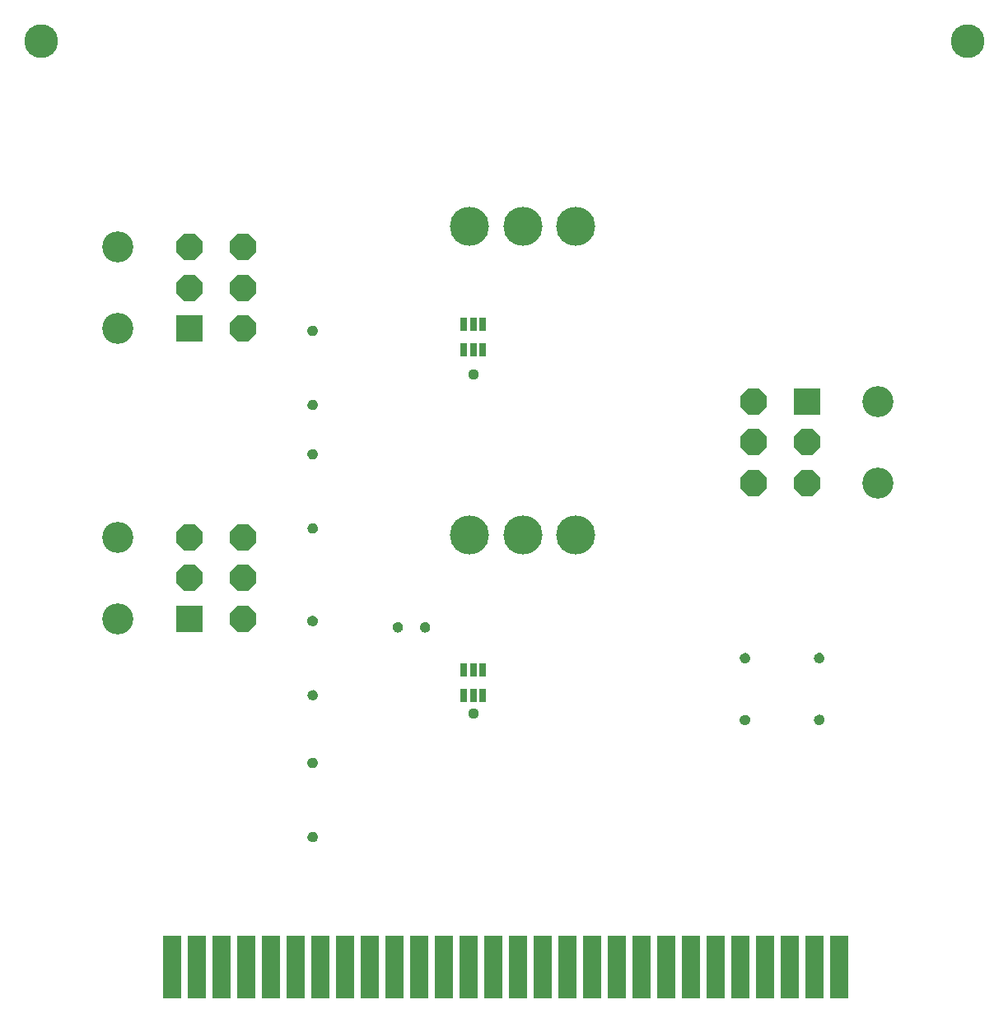
<source format=gts>
G75*
%MOIN*%
%OFA0B0*%
%FSLAX25Y25*%
%IPPOS*%
%LPD*%
%AMOC8*
5,1,8,0,0,1.08239X$1,22.5*
%
%ADD10C,0.13650*%
%ADD11R,0.02965X0.05524*%
%ADD12C,0.15800*%
%ADD13R,0.07300X0.25800*%
%ADD14OC8,0.10800*%
%ADD15R,0.10800X0.10800*%
%ADD16C,0.12611*%
%ADD17C,0.00500*%
%ADD18C,0.04369*%
D10*
X0013500Y0392500D03*
X0388500Y0392500D03*
D11*
X0192240Y0277619D03*
X0188500Y0277619D03*
X0184760Y0277619D03*
X0184760Y0267381D03*
X0188500Y0267381D03*
X0192240Y0267381D03*
X0192240Y0137619D03*
X0188500Y0137619D03*
X0184760Y0137619D03*
X0184760Y0127381D03*
X0188500Y0127381D03*
X0192240Y0127381D03*
D12*
X0187000Y0192500D03*
X0208500Y0192500D03*
X0230000Y0192500D03*
X0230000Y0317500D03*
X0208500Y0317500D03*
X0187000Y0317500D03*
D13*
X0066750Y0017500D03*
X0076750Y0017500D03*
X0086750Y0017500D03*
X0096750Y0017500D03*
X0106750Y0017500D03*
X0116750Y0017500D03*
X0126750Y0017500D03*
X0136750Y0017500D03*
X0146750Y0017500D03*
X0156750Y0017500D03*
X0166750Y0017500D03*
X0176750Y0017500D03*
X0186750Y0017500D03*
X0196750Y0017500D03*
X0206750Y0017500D03*
X0216750Y0017500D03*
X0226750Y0017500D03*
X0236750Y0017500D03*
X0246750Y0017500D03*
X0256750Y0017500D03*
X0266750Y0017500D03*
X0276750Y0017500D03*
X0286750Y0017500D03*
X0296750Y0017500D03*
X0306750Y0017500D03*
X0316750Y0017500D03*
X0326750Y0017500D03*
X0336750Y0017500D03*
D14*
X0323500Y0213500D03*
X0323500Y0230000D03*
X0301800Y0230000D03*
X0301800Y0213500D03*
X0301800Y0246500D03*
X0095200Y0276000D03*
X0095200Y0292500D03*
X0095200Y0309000D03*
X0073500Y0309000D03*
X0073500Y0292500D03*
X0073500Y0191500D03*
X0073500Y0175000D03*
X0095200Y0175000D03*
X0095200Y0158500D03*
X0095200Y0191500D03*
D15*
X0073500Y0158500D03*
X0073500Y0276000D03*
X0323500Y0246500D03*
D16*
X0352240Y0246500D03*
X0352240Y0213500D03*
X0044760Y0191500D03*
X0044760Y0158500D03*
X0044760Y0276000D03*
X0044760Y0309000D03*
D17*
X0121898Y0275795D02*
X0122115Y0276127D01*
X0122400Y0276402D01*
X0122739Y0276607D01*
X0123115Y0276732D01*
X0123510Y0276770D01*
X0123893Y0276723D01*
X0124257Y0276593D01*
X0124582Y0276384D01*
X0124853Y0276109D01*
X0125056Y0275780D01*
X0125180Y0275414D01*
X0125220Y0275030D01*
X0125186Y0274648D01*
X0125068Y0274284D01*
X0124872Y0273955D01*
X0124608Y0273678D01*
X0124288Y0273467D01*
X0123930Y0273332D01*
X0123550Y0273280D01*
X0123149Y0273315D01*
X0122767Y0273438D01*
X0122421Y0273644D01*
X0122130Y0273921D01*
X0121907Y0274256D01*
X0121765Y0274632D01*
X0121710Y0275030D01*
X0121761Y0275423D01*
X0121898Y0275795D01*
X0121860Y0275692D02*
X0125086Y0275692D01*
X0125203Y0275193D02*
X0121731Y0275193D01*
X0121757Y0274695D02*
X0125190Y0274695D01*
X0125016Y0274196D02*
X0121947Y0274196D01*
X0122364Y0273698D02*
X0124626Y0273698D01*
X0124773Y0276190D02*
X0122181Y0276190D01*
X0122984Y0276689D02*
X0123989Y0276689D01*
X0123540Y0246740D02*
X0123923Y0246693D01*
X0124287Y0246563D01*
X0124612Y0246354D01*
X0124883Y0246079D01*
X0125086Y0245750D01*
X0125210Y0245384D01*
X0125250Y0245000D01*
X0125216Y0244618D01*
X0125098Y0244254D01*
X0124902Y0243925D01*
X0124637Y0243648D01*
X0124318Y0243437D01*
X0123959Y0243302D01*
X0123580Y0243250D01*
X0123179Y0243285D01*
X0122797Y0243408D01*
X0122451Y0243614D01*
X0122160Y0243891D01*
X0121937Y0244226D01*
X0121795Y0244602D01*
X0121740Y0245000D01*
X0121791Y0245393D01*
X0121928Y0245765D01*
X0122145Y0246097D01*
X0122430Y0246372D01*
X0122769Y0246577D01*
X0123145Y0246702D01*
X0123540Y0246740D01*
X0124686Y0246279D02*
X0122334Y0246279D01*
X0121939Y0245781D02*
X0125066Y0245781D01*
X0125221Y0245282D02*
X0121777Y0245282D01*
X0121770Y0244784D02*
X0125231Y0244784D01*
X0125108Y0244285D02*
X0121915Y0244285D01*
X0122269Y0243787D02*
X0124770Y0243787D01*
X0123862Y0243288D02*
X0123169Y0243288D01*
X0123510Y0226770D02*
X0123893Y0226723D01*
X0124257Y0226593D01*
X0124582Y0226384D01*
X0124853Y0226109D01*
X0125056Y0225780D01*
X0125180Y0225414D01*
X0125220Y0225030D01*
X0125186Y0224648D01*
X0125068Y0224284D01*
X0124872Y0223955D01*
X0124608Y0223678D01*
X0124288Y0223467D01*
X0123930Y0223332D01*
X0123550Y0223280D01*
X0123149Y0223315D01*
X0122767Y0223438D01*
X0122421Y0223644D01*
X0122130Y0223921D01*
X0121907Y0224256D01*
X0121765Y0224632D01*
X0121710Y0225030D01*
X0121761Y0225423D01*
X0121898Y0225795D01*
X0122115Y0226127D01*
X0122400Y0226402D01*
X0122739Y0226607D01*
X0123115Y0226732D01*
X0123510Y0226770D01*
X0124627Y0226339D02*
X0122335Y0226339D01*
X0121928Y0225841D02*
X0125018Y0225841D01*
X0125188Y0225342D02*
X0121751Y0225342D01*
X0121736Y0224843D02*
X0125203Y0224843D01*
X0125088Y0224345D02*
X0121874Y0224345D01*
X0122208Y0223846D02*
X0124768Y0223846D01*
X0123973Y0223348D02*
X0123047Y0223348D01*
X0123540Y0196740D02*
X0123923Y0196693D01*
X0124287Y0196563D01*
X0124612Y0196354D01*
X0124883Y0196079D01*
X0125086Y0195750D01*
X0125210Y0195384D01*
X0125250Y0195000D01*
X0125216Y0194618D01*
X0125098Y0194254D01*
X0124902Y0193925D01*
X0124637Y0193648D01*
X0124318Y0193437D01*
X0123959Y0193302D01*
X0123580Y0193250D01*
X0123179Y0193285D01*
X0122797Y0193408D01*
X0122451Y0193614D01*
X0122160Y0193891D01*
X0121937Y0194226D01*
X0121795Y0194602D01*
X0121740Y0195000D01*
X0121791Y0195393D01*
X0121928Y0195765D01*
X0122145Y0196097D01*
X0122430Y0196372D01*
X0122769Y0196577D01*
X0123145Y0196702D01*
X0123540Y0196740D01*
X0124496Y0196428D02*
X0122522Y0196428D01*
X0122036Y0195930D02*
X0124975Y0195930D01*
X0125194Y0195431D02*
X0121805Y0195431D01*
X0121749Y0194933D02*
X0125244Y0194933D01*
X0125156Y0194434D02*
X0121858Y0194434D01*
X0122130Y0193936D02*
X0124908Y0193936D01*
X0124319Y0193437D02*
X0122748Y0193437D01*
X0123510Y0159270D02*
X0123893Y0159223D01*
X0124257Y0159093D01*
X0124582Y0158884D01*
X0124853Y0158609D01*
X0125056Y0158280D01*
X0125180Y0157914D01*
X0125220Y0157530D01*
X0125186Y0157148D01*
X0125068Y0156784D01*
X0124872Y0156455D01*
X0124608Y0156178D01*
X0124288Y0155967D01*
X0123930Y0155832D01*
X0123550Y0155780D01*
X0123149Y0155815D01*
X0122767Y0155938D01*
X0122421Y0156144D01*
X0122130Y0156421D01*
X0121907Y0156756D01*
X0121765Y0157132D01*
X0121710Y0157530D01*
X0121761Y0157923D01*
X0121898Y0158295D01*
X0122115Y0158627D01*
X0122400Y0158902D01*
X0122739Y0159107D01*
X0123115Y0159232D01*
X0123510Y0159270D01*
X0124339Y0159040D02*
X0122628Y0159040D01*
X0122059Y0158541D02*
X0124894Y0158541D01*
X0125136Y0158043D02*
X0121806Y0158043D01*
X0121712Y0157544D02*
X0125219Y0157544D01*
X0125153Y0157046D02*
X0121798Y0157046D01*
X0122046Y0156547D02*
X0124927Y0156547D01*
X0124413Y0156049D02*
X0122580Y0156049D01*
X0123540Y0129240D02*
X0123923Y0129193D01*
X0124287Y0129063D01*
X0124612Y0128854D01*
X0124883Y0128579D01*
X0125086Y0128250D01*
X0125210Y0127884D01*
X0125250Y0127500D01*
X0125216Y0127118D01*
X0125098Y0126754D01*
X0124902Y0126425D01*
X0124637Y0126148D01*
X0124318Y0125937D01*
X0123959Y0125802D01*
X0123580Y0125750D01*
X0123179Y0125785D01*
X0122797Y0125908D01*
X0122451Y0126114D01*
X0122160Y0126391D01*
X0121937Y0126726D01*
X0121795Y0127102D01*
X0121740Y0127500D01*
X0121791Y0127893D01*
X0121928Y0128265D01*
X0122145Y0128597D01*
X0122430Y0128872D01*
X0122769Y0129077D01*
X0123145Y0129202D01*
X0123540Y0129240D01*
X0124101Y0129129D02*
X0122925Y0129129D01*
X0122180Y0128631D02*
X0124832Y0128631D01*
X0125126Y0128132D02*
X0121879Y0128132D01*
X0121758Y0127634D02*
X0125236Y0127634D01*
X0125218Y0127135D02*
X0121791Y0127135D01*
X0121996Y0126637D02*
X0125028Y0126637D01*
X0124623Y0126138D02*
X0122425Y0126138D01*
X0123510Y0101770D02*
X0123893Y0101723D01*
X0124257Y0101593D01*
X0124582Y0101384D01*
X0124853Y0101109D01*
X0125056Y0100780D01*
X0125180Y0100414D01*
X0125220Y0100030D01*
X0125186Y0099648D01*
X0125068Y0099284D01*
X0124872Y0098955D01*
X0124608Y0098678D01*
X0124288Y0098467D01*
X0123930Y0098332D01*
X0123550Y0098280D01*
X0123149Y0098315D01*
X0122767Y0098438D01*
X0122421Y0098644D01*
X0122130Y0098921D01*
X0121907Y0099256D01*
X0121765Y0099632D01*
X0121710Y0100030D01*
X0121761Y0100423D01*
X0121898Y0100795D01*
X0122115Y0101127D01*
X0122400Y0101402D01*
X0122739Y0101607D01*
X0123115Y0101732D01*
X0123510Y0101770D01*
X0123927Y0101711D02*
X0123053Y0101711D01*
X0122204Y0101213D02*
X0124751Y0101213D01*
X0125078Y0100714D02*
X0121869Y0100714D01*
X0121734Y0100216D02*
X0125201Y0100216D01*
X0125192Y0099717D02*
X0121753Y0099717D01*
X0121932Y0099219D02*
X0125029Y0099219D01*
X0124648Y0098720D02*
X0122341Y0098720D01*
X0123540Y0071740D02*
X0123923Y0071693D01*
X0124287Y0071563D01*
X0124612Y0071354D01*
X0124883Y0071079D01*
X0125086Y0070750D01*
X0125210Y0070384D01*
X0125250Y0070000D01*
X0125216Y0069618D01*
X0125098Y0069254D01*
X0124902Y0068925D01*
X0124637Y0068648D01*
X0124318Y0068437D01*
X0123959Y0068302D01*
X0123580Y0068250D01*
X0123179Y0068285D01*
X0122797Y0068408D01*
X0122451Y0068614D01*
X0122160Y0068891D01*
X0121937Y0069226D01*
X0121795Y0069602D01*
X0121740Y0070000D01*
X0121791Y0070393D01*
X0121928Y0070765D01*
X0122145Y0071097D01*
X0122430Y0071372D01*
X0122769Y0071577D01*
X0123145Y0071702D01*
X0123540Y0071740D01*
X0124663Y0071302D02*
X0122357Y0071302D01*
X0121954Y0070803D02*
X0125053Y0070803D01*
X0125218Y0070305D02*
X0121780Y0070305D01*
X0121767Y0069806D02*
X0125233Y0069806D01*
X0125116Y0069308D02*
X0121906Y0069308D01*
X0122245Y0068809D02*
X0124792Y0068809D01*
X0123984Y0068311D02*
X0123099Y0068311D01*
X0157245Y0153409D02*
X0156913Y0153625D01*
X0156638Y0153910D01*
X0156432Y0154249D01*
X0156308Y0154626D01*
X0156270Y0155020D01*
X0156317Y0155404D01*
X0156447Y0155767D01*
X0156656Y0156092D01*
X0156931Y0156363D01*
X0157260Y0156566D01*
X0157626Y0156690D01*
X0158010Y0156730D01*
X0158391Y0156696D01*
X0158756Y0156578D01*
X0159085Y0156382D01*
X0159362Y0156118D01*
X0159573Y0155798D01*
X0159708Y0155440D01*
X0159760Y0155060D01*
X0159725Y0154660D01*
X0159602Y0154277D01*
X0159396Y0153931D01*
X0159119Y0153640D01*
X0158784Y0153418D01*
X0158408Y0153275D01*
X0158010Y0153220D01*
X0157617Y0153272D01*
X0157245Y0153409D01*
X0157019Y0153556D02*
X0158993Y0153556D01*
X0159470Y0154055D02*
X0156550Y0154055D01*
X0156332Y0154553D02*
X0159691Y0154553D01*
X0159759Y0155052D02*
X0156274Y0155052D01*
X0156369Y0155550D02*
X0159666Y0155550D01*
X0159407Y0156049D02*
X0156628Y0156049D01*
X0157230Y0156547D02*
X0158808Y0156547D01*
X0167337Y0155404D02*
X0167467Y0155767D01*
X0167676Y0156092D01*
X0167951Y0156363D01*
X0168280Y0156566D01*
X0168646Y0156690D01*
X0169030Y0156730D01*
X0169411Y0156696D01*
X0169776Y0156578D01*
X0170105Y0156382D01*
X0170382Y0156118D01*
X0170593Y0155798D01*
X0170728Y0155440D01*
X0170780Y0155060D01*
X0170745Y0154660D01*
X0170622Y0154277D01*
X0170416Y0153931D01*
X0170139Y0153640D01*
X0169804Y0153418D01*
X0169428Y0153275D01*
X0169030Y0153220D01*
X0168637Y0153272D01*
X0168265Y0153409D01*
X0167933Y0153625D01*
X0167658Y0153910D01*
X0167452Y0154249D01*
X0167328Y0154626D01*
X0167290Y0155020D01*
X0167337Y0155404D01*
X0167389Y0155550D02*
X0170687Y0155550D01*
X0170779Y0155052D02*
X0167294Y0155052D01*
X0167352Y0154553D02*
X0170711Y0154553D01*
X0170490Y0154055D02*
X0167570Y0154055D01*
X0168039Y0153556D02*
X0170013Y0153556D01*
X0170428Y0156049D02*
X0167648Y0156049D01*
X0168250Y0156547D02*
X0169828Y0156547D01*
X0296785Y0142821D02*
X0296908Y0143203D01*
X0297114Y0143549D01*
X0297391Y0143840D01*
X0297726Y0144063D01*
X0298102Y0144205D01*
X0298500Y0144260D01*
X0298893Y0144209D01*
X0299265Y0144072D01*
X0299597Y0143855D01*
X0299872Y0143570D01*
X0300077Y0143231D01*
X0300202Y0142855D01*
X0300240Y0142460D01*
X0300193Y0142077D01*
X0300063Y0141713D01*
X0299854Y0141388D01*
X0299579Y0141117D01*
X0299250Y0140914D01*
X0298884Y0140790D01*
X0298500Y0140750D01*
X0298118Y0140784D01*
X0297754Y0140902D01*
X0297425Y0141098D01*
X0297148Y0141363D01*
X0296937Y0141682D01*
X0296802Y0142041D01*
X0296750Y0142420D01*
X0296785Y0142821D01*
X0296765Y0142589D02*
X0300227Y0142589D01*
X0300195Y0142091D02*
X0296795Y0142091D01*
X0296996Y0141592D02*
X0299985Y0141592D01*
X0299541Y0141094D02*
X0297433Y0141094D01*
X0296871Y0143088D02*
X0300125Y0143088D01*
X0299857Y0143586D02*
X0297149Y0143586D01*
X0297784Y0144085D02*
X0299229Y0144085D01*
X0298470Y0119220D02*
X0298086Y0119180D01*
X0297720Y0119056D01*
X0297391Y0118853D01*
X0297116Y0118582D01*
X0296907Y0118257D01*
X0296777Y0117893D01*
X0296730Y0117510D01*
X0296768Y0117115D01*
X0296893Y0116739D01*
X0297098Y0116400D01*
X0297373Y0116115D01*
X0297705Y0115898D01*
X0298077Y0115761D01*
X0298470Y0115710D01*
X0298868Y0115765D01*
X0299244Y0115907D01*
X0299579Y0116130D01*
X0299856Y0116421D01*
X0300062Y0116767D01*
X0300185Y0117149D01*
X0300220Y0117550D01*
X0300168Y0117930D01*
X0300033Y0118288D01*
X0299822Y0118608D01*
X0299545Y0118872D01*
X0299216Y0119068D01*
X0298852Y0119186D01*
X0298470Y0119220D01*
X0298024Y0119159D02*
X0298935Y0119159D01*
X0299767Y0118661D02*
X0297196Y0118661D01*
X0296873Y0118162D02*
X0300081Y0118162D01*
X0300205Y0117664D02*
X0296749Y0117664D01*
X0296763Y0117165D02*
X0300186Y0117165D01*
X0300002Y0116667D02*
X0296936Y0116667D01*
X0297322Y0116168D02*
X0299616Y0116168D01*
X0326760Y0117540D02*
X0326807Y0117923D01*
X0326937Y0118287D01*
X0327146Y0118612D01*
X0327421Y0118883D01*
X0327750Y0119086D01*
X0328116Y0119210D01*
X0328500Y0119250D01*
X0328882Y0119216D01*
X0329246Y0119098D01*
X0329575Y0118902D01*
X0329852Y0118637D01*
X0330063Y0118318D01*
X0330198Y0117959D01*
X0330250Y0117580D01*
X0330215Y0117179D01*
X0330092Y0116797D01*
X0329886Y0116451D01*
X0329609Y0116160D01*
X0329274Y0115937D01*
X0328898Y0115795D01*
X0328500Y0115740D01*
X0328107Y0115791D01*
X0327735Y0115928D01*
X0327403Y0116145D01*
X0327128Y0116430D01*
X0326923Y0116769D01*
X0326798Y0117145D01*
X0326760Y0117540D01*
X0326775Y0117664D02*
X0330239Y0117664D01*
X0330210Y0117165D02*
X0326796Y0117165D01*
X0326984Y0116667D02*
X0330014Y0116667D01*
X0329617Y0116168D02*
X0327381Y0116168D01*
X0326893Y0118162D02*
X0330122Y0118162D01*
X0329828Y0118661D02*
X0327195Y0118661D01*
X0327966Y0119159D02*
X0329057Y0119159D01*
X0328530Y0140780D02*
X0328914Y0140820D01*
X0329280Y0140944D01*
X0329609Y0141147D01*
X0329884Y0141418D01*
X0330093Y0141743D01*
X0330223Y0142107D01*
X0330270Y0142490D01*
X0330232Y0142885D01*
X0330107Y0143261D01*
X0329902Y0143600D01*
X0329627Y0143885D01*
X0329295Y0144102D01*
X0328923Y0144239D01*
X0328530Y0144290D01*
X0328132Y0144235D01*
X0327756Y0144093D01*
X0327421Y0143870D01*
X0327144Y0143579D01*
X0326938Y0143233D01*
X0326815Y0142851D01*
X0326780Y0142450D01*
X0326832Y0142070D01*
X0326967Y0141712D01*
X0327178Y0141392D01*
X0327455Y0141128D01*
X0327784Y0140932D01*
X0328148Y0140814D01*
X0328530Y0140780D01*
X0329522Y0141094D02*
X0327513Y0141094D01*
X0327046Y0141592D02*
X0329996Y0141592D01*
X0330217Y0142091D02*
X0326829Y0142091D01*
X0326792Y0142589D02*
X0330260Y0142589D01*
X0330165Y0143088D02*
X0326891Y0143088D01*
X0327150Y0143586D02*
X0329911Y0143586D01*
X0329321Y0144085D02*
X0327744Y0144085D01*
D18*
X0188500Y0120000D03*
X0188500Y0257500D03*
M02*

</source>
